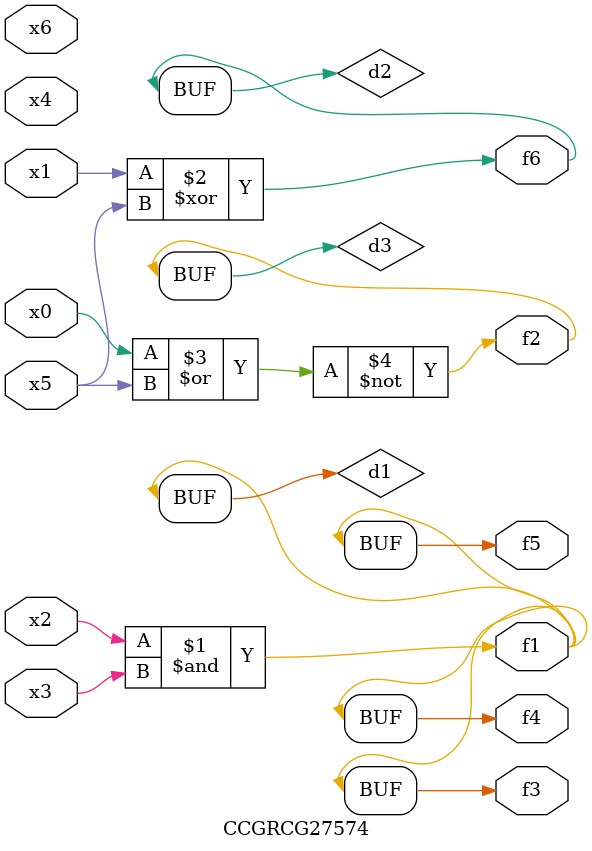
<source format=v>
module CCGRCG27574(
	input x0, x1, x2, x3, x4, x5, x6,
	output f1, f2, f3, f4, f5, f6
);

	wire d1, d2, d3;

	and (d1, x2, x3);
	xor (d2, x1, x5);
	nor (d3, x0, x5);
	assign f1 = d1;
	assign f2 = d3;
	assign f3 = d1;
	assign f4 = d1;
	assign f5 = d1;
	assign f6 = d2;
endmodule

</source>
